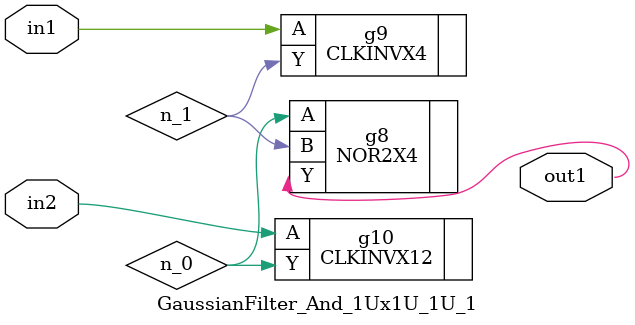
<source format=v>
`timescale 1ps / 1ps


module GaussianFilter_And_1Ux1U_1U_1(in2, in1, out1);
  input in2, in1;
  output out1;
  wire in2, in1;
  wire out1;
  wire n_0, n_1;
  NOR2X4 g8(.A (n_0), .B (n_1), .Y (out1));
  CLKINVX4 g9(.A (in1), .Y (n_1));
  CLKINVX12 g10(.A (in2), .Y (n_0));
endmodule



</source>
